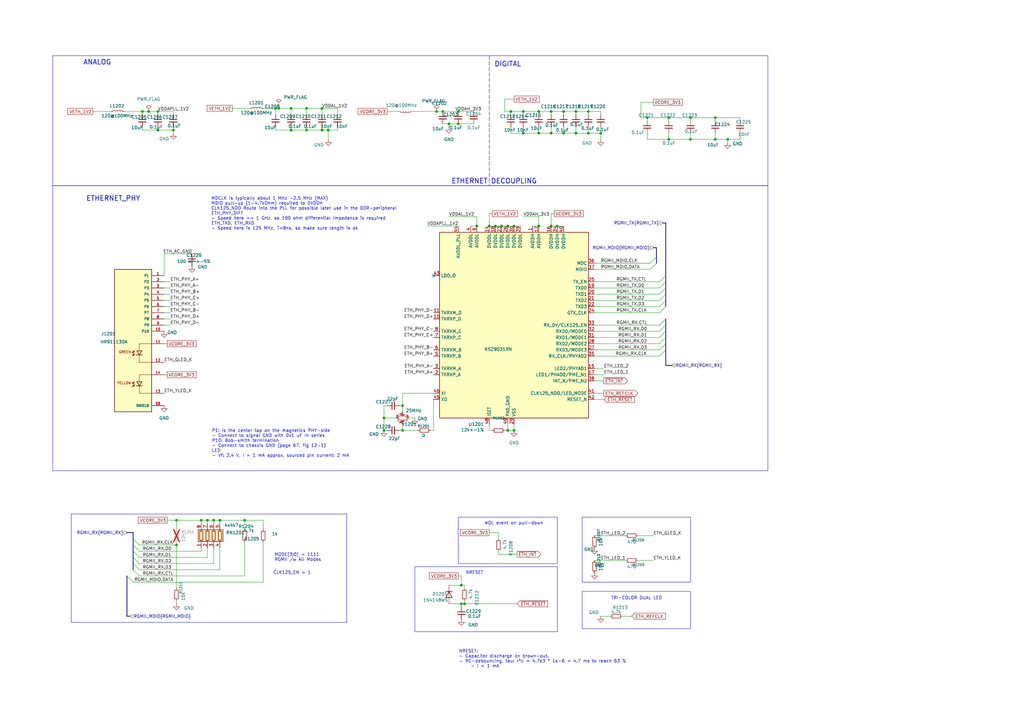
<source format=kicad_sch>
(kicad_sch (version 20250114) (generator "eeschema") (generator_version "9.0")
  (paper "A3")
  (rectangle (start 238.76 242.57) (end 283.21 257.81))
  (rectangle (start 21.59 22.86) (end 314.96 76.2))
  (rectangle (start 21.59 76.2) (end 314.96 193.04))
  (rectangle (start 238.76 212.09) (end 283.21 238.76))
  (rectangle (start 29.21 210.82) (end 142.24 255.27))
  (rectangle (start 187.96 212.09) (end 228.6 231.14))
  (rectangle (start 170.18 232.41) (end 228.6 259.08))
  (text "ETHERNET DECOUPLING" (at 202.692 74.422 0) (effects (font (size 2 2) (thickness 0.254) (bold yes))))
  (text "NRESET: \n- Capacitor discharge on brown-out.\n- RC-debouncing, tau: r*c = 4.7e3 * 1e-6 = 4.7 ms to reach 63 %\n	- I < 1 mA" (at 188.214 274.066 0) (effects (font (size 1.27 1.27)) (justify left bottom)))
  (text "CLK125_EN = 1" (at 112.014 235.712 0) (effects (font (size 1.27 1.27)) (justify left bottom)))
  (text "MDCLK is typically about 1 MHz -2.5 MHz (MAX)\nMDIO pull-up (1-4.7kOhm) required to DVDDH\nCLK125_NDO Route into the PLL for possible later use in the DDR-peripheral\nETH_PHY_DIFF\n- Speed here == 1 GHz, so 100 ohm differential impedance is required\nETH_TXD, ETH_RXD\n- Speed here is 125 MHz, T=8ns, so make sure length is ok" (at 86.614 87.63 0) (effects (font (size 1.27 1.27)) (justify left)))
  (text "TRI-COLOR DUAL LED" (at 271.526 246.126 0) (effects (font (size 1.27 1.27)) (justify right bottom)))
  (text "MODE[3:0] = 1111\nRGMII /w All Modes" (at 112.522 230.378 0) (effects (font (size 1.27 1.27)) (justify left bottom)))
  (text "NRESET" (at 191.008 235.712 0) (effects (font (size 1.27 1.27)) (justify left bottom)))
  (text "P1: is the center tap on the magnetics PHY-side\n- Connect to signal GND with 0x1 uF in series\nP10: Bob-smith termination\n- Connect to chassis GND (page 67, fig 12-1)\nLED\n- Vf: 2.4 V, I = 1 mA approx, sourced pin current: 2 mA" (at 86.868 181.864 0) (effects (font (size 1.27 1.27)) (justify left)))
  (text "ETHERNET_PHY" (at 46.482 81.534 0) (effects (font (size 2 2) (thickness 0.254) (bold yes))))
  (text "WOL event on pull-down" (at 198.628 215.392 0) (effects (font (size 1.27 1.27)) (justify left bottom)))
  (text "DIGITAL" (at 208.28 26.416 0) (effects (font (size 2 2) (thickness 0.254) (bold yes))))
  (text "ANALOG" (at 39.878 25.654 0) (effects (font (size 2 2) (thickness 0.254) (bold yes))))
  (junction (at 274.32 57.15))
  (junction (at 241.3 45.72))
  (junction (at 132.08 53.34))
  (junction (at 231.14 54.61))
  (junction (at 208.28 92.71))
  (junction (at 189.23 240.03))
  (junction (at 82.55 213.36))
  (junction (at 208.28 176.53))
  (junction (at 236.22 45.72))
  (junction (at 179.07 45.72))
  (junction (at 184.15 50.8))
  (junction (at 72.39 223.52))
  (junction (at 64.77 45.72))
  (junction (at 181.61 45.72))
  (junction (at 157.48 171.45))
  (junction (at 226.06 54.61))
  (junction (at 231.14 45.72))
  (junction (at 205.74 92.71))
  (junction (at 125.73 53.34))
  (junction (at 214.63 54.61))
  (junction (at 220.98 54.61))
  (junction (at 200.66 92.71))
  (junction (at 87.63 213.36))
  (junction (at 241.3 54.61))
  (junction (at 195.58 92.71))
  (junction (at 265.43 48.26))
  (junction (at 293.37 48.26))
  (junction (at 113.03 44.45))
  (junction (at 246.38 54.61))
  (junction (at 210.82 92.71))
  (junction (at 298.45 57.15))
  (junction (at 220.98 45.72))
  (junction (at 187.96 45.72))
  (junction (at 71.12 53.34))
  (junction (at 293.37 57.15))
  (junction (at 72.39 213.36))
  (junction (at 228.6 92.71))
  (junction (at 125.73 44.45))
  (junction (at 85.09 213.36))
  (junction (at 283.21 48.26))
  (junction (at 220.98 92.71))
  (junction (at 165.1 176.53))
  (junction (at 119.38 53.34))
  (junction (at 187.96 50.8))
  (junction (at 274.32 48.26))
  (junction (at 226.06 45.72))
  (junction (at 226.06 92.71))
  (junction (at 203.2 92.71))
  (junction (at 100.33 213.36))
  (junction (at 134.62 53.34))
  (junction (at 157.48 176.53))
  (junction (at 90.17 213.36))
  (junction (at 189.23 247.65))
  (junction (at 210.82 176.53))
  (junction (at 165.1 166.37))
  (junction (at 64.77 53.34))
  (junction (at 236.22 54.61))
  (junction (at 283.21 57.15))
  (junction (at 60.96 45.72))
  (junction (at 58.42 45.72))
  (junction (at 214.63 45.72))
  (junction (at 119.38 44.45))
  (junction (at 132.08 44.45))
  (junction (at 209.55 45.72))
  (junction (at 190.5 247.65))
  (junction (at 114.3 44.45))
  (no_connect (at 177.8 113.03))
  (bus_entry (at 54.61 233.68) (size 2.54 2.54))
  (bus_entry (at 269.24 105.41) (size -2.54 2.54))
  (bus_entry (at 54.61 226.06) (size 2.54 2.54))
  (bus_entry (at 273.05 123.19) (size -2.54 2.54))
  (bus_entry (at 273.05 140.97) (size -2.54 2.54))
  (bus_entry (at 273.05 143.51) (size -2.54 2.54))
  (bus_entry (at 273.05 113.03) (size -2.54 2.54))
  (bus_entry (at 52.07 236.22) (size 2.54 2.54))
  (bus_entry (at 273.05 138.43) (size -2.54 2.54))
  (bus_entry (at 273.05 130.81) (size -2.54 2.54))
  (bus_entry (at 54.61 231.14) (size 2.54 2.54))
  (bus_entry (at 273.05 133.35) (size -2.54 2.54))
  (bus_entry (at 273.05 135.89) (size -2.54 2.54))
  (bus_entry (at 269.24 107.95) (size -2.54 2.54))
  (bus_entry (at 273.05 118.11) (size -2.54 2.54))
  (bus_entry (at 54.61 220.98) (size 2.54 2.54))
  (bus_entry (at 54.61 223.52) (size 2.54 2.54))
  (bus_entry (at 273.05 120.65) (size -2.54 2.54))
  (bus_entry (at 273.05 115.57) (size -2.54 2.54))
  (bus_entry (at 54.61 228.6) (size 2.54 2.54))
  (bus_entry (at 273.05 125.73) (size -2.54 2.54))
  (wire (pts (xy 125.73 53.34) (xy 119.38 53.34)))
  (wire (pts (xy 71.12 45.72) (xy 71.12 46.99)))
  (bus (pts (xy 269.24 105.41) (xy 269.24 107.95)))
  (wire (pts (xy 87.63 213.36) (xy 87.63 214.63)))
  (wire (pts (xy 132.08 44.45) (xy 132.08 46.99)))
  (wire (pts (xy 187.96 236.22) (xy 189.23 236.22)))
  (wire (pts (xy 243.84 128.27) (xy 270.51 128.27)))
  (wire (pts (xy 125.73 46.99) (xy 125.73 44.45)))
  (wire (pts (xy 208.28 92.71) (xy 205.74 92.71)))
  (wire (pts (xy 113.03 44.45) (xy 114.3 44.45)))
  (bus (pts (xy 273.05 113.03) (xy 273.05 115.57)))
  (wire (pts (xy 114.3 44.45) (xy 119.38 44.45)))
  (wire (pts (xy 165.1 173.99) (xy 165.1 176.53)))
  (wire (pts (xy 157.48 171.45) (xy 162.56 171.45)))
  (bus (pts (xy 52.07 218.44) (xy 54.61 218.44)))
  (wire (pts (xy 265.43 48.26) (xy 274.32 48.26)))
  (wire (pts (xy 226.06 45.72) (xy 231.14 45.72)))
  (wire (pts (xy 283.21 48.26) (xy 293.37 48.26)))
  (wire (pts (xy 241.3 54.61) (xy 241.3 52.07)))
  (wire (pts (xy 64.77 53.34) (xy 71.12 53.34)))
  (wire (pts (xy 231.14 45.72) (xy 236.22 45.72)))
  (wire (pts (xy 187.96 45.72) (xy 194.31 45.72)))
  (wire (pts (xy 107.95 217.17) (xy 107.95 213.36)))
  (wire (pts (xy 57.15 226.06) (xy 82.55 226.06)))
  (wire (pts (xy 220.98 88.9) (xy 220.98 92.71)))
  (wire (pts (xy 210.82 92.71) (xy 208.28 92.71)))
  (wire (pts (xy 85.09 213.36) (xy 85.09 214.63)))
  (wire (pts (xy 181.61 50.8) (xy 184.15 50.8)))
  (wire (pts (xy 231.14 54.61) (xy 231.14 52.07)))
  (wire (pts (xy 158.75 45.72) (xy 163.83 45.72)))
  (wire (pts (xy 243.84 146.05) (xy 270.51 146.05)))
  (wire (pts (xy 200.66 173.99) (xy 200.66 176.53)))
  (wire (pts (xy 125.73 44.45) (xy 132.08 44.45)))
  (wire (pts (xy 67.31 140.97) (xy 68.58 140.97)))
  (wire (pts (xy 265.43 57.15) (xy 265.43 54.61)))
  (wire (pts (xy 82.55 213.36) (xy 85.09 213.36)))
  (wire (pts (xy 274.32 57.15) (xy 265.43 57.15)))
  (wire (pts (xy 132.08 53.34) (xy 134.62 53.34)))
  (bus (pts (xy 54.61 231.14) (xy 54.61 233.68)))
  (wire (pts (xy 207.01 45.72) (xy 209.55 45.72)))
  (wire (pts (xy 214.63 45.72) (xy 209.55 45.72)))
  (wire (pts (xy 57.15 233.68) (xy 90.17 233.68)))
  (wire (pts (xy 243.84 133.35) (xy 270.51 133.35)))
  (wire (pts (xy 207.01 176.53) (xy 208.28 176.53)))
  (wire (pts (xy 226.06 54.61) (xy 226.06 52.07)))
  (wire (pts (xy 250.19 252.73) (xy 246.38 252.73)))
  (wire (pts (xy 274.32 57.15) (xy 274.32 54.61)))
  (wire (pts (xy 274.32 48.26) (xy 283.21 48.26)))
  (wire (pts (xy 125.73 53.34) (xy 132.08 53.34)))
  (wire (pts (xy 189.23 247.65) (xy 190.5 247.65)))
  (wire (pts (xy 220.98 45.72) (xy 220.98 46.99)))
  (wire (pts (xy 236.22 45.72) (xy 241.3 45.72)))
  (wire (pts (xy 220.98 45.72) (xy 226.06 45.72)))
  (wire (pts (xy 67.31 104.14) (xy 78.74 104.14)))
  (wire (pts (xy 243.84 138.43) (xy 270.51 138.43)))
  (wire (pts (xy 228.6 92.71) (xy 231.14 92.71)))
  (wire (pts (xy 132.08 44.45) (xy 138.43 44.45)))
  (wire (pts (xy 58.42 53.34) (xy 64.77 53.34)))
  (wire (pts (xy 45.72 45.72) (xy 38.1 45.72)))
  (wire (pts (xy 228.6 92.71) (xy 226.06 92.71)))
  (wire (pts (xy 72.39 247.65) (xy 72.39 246.38)))
  (wire (pts (xy 293.37 48.26) (xy 303.53 48.26)))
  (wire (pts (xy 207.01 40.64) (xy 210.82 40.64)))
  (wire (pts (xy 184.15 50.8) (xy 187.96 50.8)))
  (wire (pts (xy 72.39 213.36) (xy 82.55 213.36)))
  (wire (pts (xy 283.21 57.15) (xy 283.21 54.61)))
  (wire (pts (xy 107.95 222.25) (xy 107.95 238.76)))
  (wire (pts (xy 209.55 54.61) (xy 209.55 52.07)))
  (bus (pts (xy 273.05 140.97) (xy 273.05 138.43)))
  (wire (pts (xy 58.42 46.99) (xy 58.42 45.72)))
  (wire (pts (xy 274.32 48.26) (xy 274.32 49.53)))
  (wire (pts (xy 69.85 128.27) (xy 67.31 128.27)))
  (wire (pts (xy 246.38 45.72) (xy 246.38 46.99)))
  (wire (pts (xy 67.31 113.03) (xy 67.31 104.14)))
  (wire (pts (xy 241.3 45.72) (xy 241.3 46.99)))
  (wire (pts (xy 212.09 227.33) (xy 204.47 227.33)))
  (wire (pts (xy 298.45 57.15) (xy 293.37 57.15)))
  (wire (pts (xy 71.12 52.07) (xy 71.12 53.34)))
  (wire (pts (xy 177.8 176.53) (xy 176.53 176.53)))
  (bus (pts (xy 273.05 133.35) (xy 273.05 130.81)))
  (wire (pts (xy 303.53 48.26) (xy 303.53 49.53)))
  (wire (pts (xy 85.09 213.36) (xy 87.63 213.36)))
  (wire (pts (xy 119.38 44.45) (xy 125.73 44.45)))
  (wire (pts (xy 100.33 213.36) (xy 100.33 217.17)))
  (wire (pts (xy 90.17 213.36) (xy 100.33 213.36)))
  (wire (pts (xy 134.62 53.34) (xy 138.43 53.34)))
  (wire (pts (xy 175.26 92.71) (xy 187.96 92.71)))
  (wire (pts (xy 67.31 153.67) (xy 68.58 153.67)))
  (wire (pts (xy 220.98 54.61) (xy 226.06 54.61)))
  (wire (pts (xy 100.33 213.36) (xy 107.95 213.36)))
  (wire (pts (xy 57.15 236.22) (xy 100.33 236.22)))
  (wire (pts (xy 168.91 45.72) (xy 179.07 45.72)))
  (wire (pts (xy 71.12 54.61) (xy 71.12 53.34)))
  (bus (pts (xy 273.05 123.19) (xy 273.05 125.73)))
  (wire (pts (xy 90.17 213.36) (xy 90.17 214.63)))
  (wire (pts (xy 208.28 173.99) (xy 208.28 176.53)))
  (wire (pts (xy 262.89 48.26) (xy 265.43 48.26)))
  (wire (pts (xy 190.5 240.03) (xy 189.23 240.03)))
  (wire (pts (xy 261.62 219.71) (xy 267.97 219.71)))
  (wire (pts (xy 243.84 229.87) (xy 256.54 229.87)))
  (wire (pts (xy 187.96 50.8) (xy 194.31 50.8)))
  (bus (pts (xy 273.05 118.11) (xy 273.05 120.65)))
  (wire (pts (xy 184.15 88.9) (xy 195.58 88.9)))
  (wire (pts (xy 60.96 45.72) (xy 64.77 45.72)))
  (wire (pts (xy 57.15 228.6) (xy 85.09 228.6)))
  (wire (pts (xy 243.84 219.71) (xy 256.54 219.71)))
  (bus (pts (xy 273.05 138.43) (xy 273.05 135.89)))
  (wire (pts (xy 189.23 247.65) (xy 189.23 248.92)))
  (wire (pts (xy 236.22 45.72) (xy 236.22 46.99)))
  (wire (pts (xy 246.38 57.15) (xy 246.38 54.61)))
  (wire (pts (xy 69.85 120.65) (xy 67.31 120.65)))
  (wire (pts (xy 243.84 135.89) (xy 270.51 135.89)))
  (wire (pts (xy 243.84 107.95) (xy 266.7 107.95)))
  (wire (pts (xy 293.37 57.15) (xy 293.37 54.61)))
  (wire (pts (xy 64.77 46.99) (xy 64.77 45.72)))
  (wire (pts (xy 165.1 166.37) (xy 165.1 161.29)))
  (bus (pts (xy 54.61 223.52) (xy 54.61 226.06)))
  (wire (pts (xy 207.01 40.64) (xy 207.01 45.72)))
  (wire (pts (xy 177.8 163.83) (xy 177.8 176.53)))
  (wire (pts (xy 69.85 130.81) (xy 67.31 130.81)))
  (wire (pts (xy 231.14 45.72) (xy 231.14 46.99)))
  (wire (pts (xy 90.17 224.79) (xy 90.17 233.68)))
  (wire (pts (xy 200.66 176.53) (xy 201.93 176.53)))
  (bus (pts (xy 273.05 135.89) (xy 273.05 133.35)))
  (wire (pts (xy 241.3 45.72) (xy 246.38 45.72)))
  (wire (pts (xy 214.63 88.9) (xy 220.98 88.9)))
  (wire (pts (xy 82.55 226.06) (xy 82.55 224.79)))
  (bus (pts (xy 52.07 252.73) (xy 52.07 236.22)))
  (wire (pts (xy 267.97 41.91) (xy 262.89 41.91)))
  (wire (pts (xy 226.06 87.63) (xy 226.06 92.71)))
  (wire (pts (xy 226.06 87.63) (xy 227.33 87.63)))
  (wire (pts (xy 214.63 54.61) (xy 214.63 52.07)))
  (wire (pts (xy 243.84 153.67) (xy 247.65 153.67)))
  (wire (pts (xy 195.58 88.9) (xy 195.58 92.71)))
  (wire (pts (xy 274.32 57.15) (xy 283.21 57.15)))
  (wire (pts (xy 246.38 54.61) (xy 246.38 52.07)))
  (wire (pts (xy 303.53 57.15) (xy 303.53 54.61)))
  (wire (pts (xy 72.39 223.52) (xy 72.39 241.3)))
  (wire (pts (xy 261.62 229.87) (xy 267.97 229.87)))
  (wire (pts (xy 200.66 87.63) (xy 200.66 92.71)))
  (wire (pts (xy 243.84 125.73) (xy 270.51 125.73)))
  (wire (pts (xy 236.22 54.61) (xy 236.22 52.07)))
  (wire (pts (xy 243.84 118.11) (xy 270.51 118.11)))
  (wire (pts (xy 201.93 87.63) (xy 200.66 87.63)))
  (wire (pts (xy 57.15 231.14) (xy 87.63 231.14)))
  (wire (pts (xy 214.63 54.61) (xy 220.98 54.61)))
  (wire (pts (xy 195.58 92.71) (xy 193.04 92.71)))
  (wire (pts (xy 262.89 41.91) (xy 262.89 48.26)))
  (wire (pts (xy 190.5 246.38) (xy 190.5 247.65)))
  (wire (pts (xy 214.63 45.72) (xy 214.63 46.99)))
  (wire (pts (xy 220.98 54.61) (xy 220.98 52.07)))
  (wire (pts (xy 125.73 53.34) (xy 125.73 52.07)))
  (bus (pts (xy 273.05 143.51) (xy 273.05 140.97)))
  (wire (pts (xy 243.84 110.49) (xy 266.7 110.49)))
  (bus (pts (xy 267.97 101.6) (xy 269.24 101.6)))
  (wire (pts (xy 220.98 45.72) (xy 214.63 45.72)))
  (wire (pts (xy 231.14 54.61) (xy 236.22 54.61)))
  (bus (pts (xy 273.05 149.86) (xy 273.05 143.51)))
  (wire (pts (xy 205.74 92.71) (xy 203.2 92.71)))
  (wire (pts (xy 190.5 240.03) (xy 190.5 241.3)))
  (wire (pts (xy 213.36 92.71) (xy 210.82 92.71)))
  (wire (pts (xy 298.45 58.42) (xy 298.45 57.15)))
  (wire (pts (xy 181.61 45.72) (xy 187.96 45.72)))
  (wire (pts (xy 90.17 213.36) (xy 87.63 213.36)))
  (wire (pts (xy 102.87 44.45) (xy 95.25 44.45)))
  (wire (pts (xy 64.77 45.72) (xy 71.12 45.72)))
  (wire (pts (xy 114.3 43.18) (xy 114.3 44.45)))
  (wire (pts (xy 134.62 53.34) (xy 134.62 57.15)))
  (wire (pts (xy 303.53 57.15) (xy 298.45 57.15)))
  (wire (pts (xy 50.8 45.72) (xy 58.42 45.72)))
  (wire (pts (xy 236.22 54.61) (xy 241.3 54.61)))
  (wire (pts (xy 243.84 161.29) (xy 247.65 161.29)))
  (wire (pts (xy 72.39 222.25) (xy 72.39 223.52)))
  (wire (pts (xy 100.33 236.22) (xy 100.33 222.25)))
  (bus (pts (xy 54.61 228.6) (xy 54.61 231.14)))
  (wire (pts (xy 69.85 125.73) (xy 67.31 125.73)))
  (wire (pts (xy 283.21 57.15) (xy 293.37 57.15)))
  (wire (pts (xy 68.58 213.36) (xy 72.39 213.36)))
  (wire (pts (xy 210.82 173.99) (xy 210.82 176.53)))
  (wire (pts (xy 85.09 228.6) (xy 85.09 224.79)))
  (wire (pts (xy 165.1 176.53) (xy 171.45 176.53)))
  (wire (pts (xy 69.85 123.19) (xy 67.31 123.19)))
  (wire (pts (xy 58.42 45.72) (xy 60.96 45.72)))
  (wire (pts (xy 87.63 231.14) (xy 87.63 224.79)))
  (wire (pts (xy 184.15 240.03) (xy 189.23 240.03)))
  (bus (pts (xy 273.05 115.57) (xy 273.05 118.11)))
  (wire (pts (xy 243.84 120.65) (xy 270.51 120.65)))
  (wire (pts (xy 58.42 52.07) (xy 58.42 53.34)))
  (bus (pts (xy 54.61 226.06) (xy 54.61 228.6)))
  (wire (pts (xy 69.85 133.35) (xy 67.31 133.35)))
  (wire (pts (xy 113.03 46.99) (xy 113.03 44.45)))
  (bus (pts (xy 54.61 220.98) (xy 54.61 223.52)))
  (wire (pts (xy 220.98 92.71) (xy 218.44 92.71)))
  (bus (pts (xy 275.59 149.86) (xy 273.05 149.86)))
  (wire (pts (xy 119.38 53.34) (xy 119.38 52.07)))
  (wire (pts (xy 243.84 163.83) (xy 247.65 163.83)))
  (wire (pts (xy 241.3 54.61) (xy 246.38 54.61)))
  (polyline (pts (xy 200.66 22.86) (xy 200.66 76.2)) (stroke (width 0) (type dash)))
  (wire (pts (xy 243.84 151.13) (xy 247.65 151.13)))
  (wire (pts (xy 57.15 223.52) (xy 72.39 223.52)))
  (wire (pts (xy 184.15 52.07) (xy 184.15 50.8)))
  (wire (pts (xy 243.84 115.57) (xy 270.51 115.57)))
  (wire (pts (xy 184.15 247.65) (xy 189.23 247.65)))
  (wire (pts (xy 226.06 54.61) (xy 231.14 54.61)))
  (wire (pts (xy 293.37 48.26) (xy 293.37 49.53)))
  (wire (pts (xy 243.84 143.51) (xy 270.51 143.51)))
  (wire (pts (xy 138.43 44.45) (xy 138.43 46.99)))
  (wire (pts (xy 243.84 123.19) (xy 270.51 123.19)))
  (wire (pts (xy 113.03 53.34) (xy 113.03 52.07)))
  (wire (pts (xy 157.48 171.45) (xy 157.48 176.53)))
  (wire (pts (xy 165.1 161.29) (xy 177.8 161.29)))
  (wire (pts (xy 208.28 176.53) (xy 210.82 176.53)))
  (wire (pts (xy 226.06 45.72) (xy 226.06 46.99)))
  (bus (pts (xy 54.61 218.44) (xy 54.61 220.98)))
  (wire (pts (xy 113.03 53.34) (xy 119.38 53.34)))
  (wire (pts (xy 157.48 176.53) (xy 158.75 176.53)))
  (wire (pts (xy 203.2 92.71) (xy 200.66 92.71)))
  (wire (pts (xy 204.47 227.33) (xy 204.47 226.06)))
  (wire (pts (xy 204.47 218.44) (xy 204.47 220.98)))
  (wire (pts (xy 200.66 218.44) (xy 204.47 218.44)))
  (wire (pts (xy 189.23 236.22) (xy 189.23 240.03)))
  (wire (pts (xy 209.55 45.72) (xy 209.55 46.99)))
  (wire (pts (xy 167.64 171.45) (xy 170.18 171.45)))
  (wire (pts (xy 54.61 238.76) (xy 107.95 238.76)))
  (wire (pts (xy 157.48 166.37) (xy 158.75 166.37)))
  (wire (pts (xy 132.08 52.07) (xy 132.08 53.34)))
  (wire (pts (xy 163.83 176.53) (xy 165.1 176.53)))
  (wire (pts (xy 283.21 48.26) (xy 283.21 49.53)))
  (wire (pts (xy 190.5 247.65) (xy 212.09 247.65)))
  (wire (pts (xy 243.84 156.21) (xy 247.65 156.21)))
  (wire (pts (xy 259.08 252.73) (xy 255.27 252.73)))
  (wire (pts (xy 163.83 166.37) (xy 165.1 166.37)))
  (wire (pts (xy 67.31 115.57) (xy 69.85 115.57)))
  (bus (pts (xy 273.05 120.65) (xy 273.05 123.19)))
  (wire (pts (xy 72.39 213.36) (xy 72.39 217.17)))
  (wire (pts (xy 179.07 45.72) (xy 181.61 45.72)))
  (wire (pts (xy 243.84 140.97) (xy 270.51 140.97)))
  (wire (pts (xy 119.38 46.99) (xy 119.38 44.45)))
  (bus (pts (xy 271.78 91.44) (xy 273.05 91.44)))
  (bus (pts (xy 269.24 101.6) (xy 269.24 105.41)))
  (bus (pts (xy 273.05 91.44) (xy 273.05 113.03)))
  (wire (pts (xy 64.77 52.07) (xy 64.77 53.34)))
  (wire (pts (xy 165.1 166.37) (xy 165.1 168.91)))
  (wire (pts (xy 265.43 48.26) (xy 265.43 49.53)))
  (wire (pts (xy 67.31 118.11) (xy 69.85 118.11)))
  (wire (pts (xy 209.55 54.61) (xy 214.63 54.61)))
  (wire (pts (xy 157.48 166.37) (xy 157.48 171.45)))
  (wire (pts (xy 138.43 52.07) (xy 138.43 53.34)))
  (bus (pts (xy 53.34 252.73) (xy 52.07 252.73)))
  (wire (pts (xy 107.95 44.45) (xy 113.03 44.45)))
  (wire (pts (xy 82.55 213.36) (xy 82.55 214.63)))
  (label "ETH_AC_GND" (at 78.74 104.14 180))
  (label "VDDAL_1V2" (at 184.15 88.9 0))
  (label "ETH_LED_2" (at 246.38 219.71 0))
  (label "ETH_LED_2" (at 247.65 151.13 0))
  (label "RGMII_RX.D3" (at 265.43 143.51 180))
  (label "RGMII_MDIO.DATA" (at 71.12 238.76 180))
  (label "RGMII_RX.D2" (at 265.43 140.97 180))
  (label "ETH_LED_1" (at 247.65 153.67 0))
  (label "ETH_YLED_K" (at 267.97 229.87 0))
  (label "RGMII_TX.D3" (at 252.73 125.73 0))
  (label "ETH_PHY_A+" (at 177.8 153.67 180))
  (label "ETH_PHY_C-" (at 177.8 135.89 180))
  (label "ETH_PHY_A-" (at 69.85 118.11 0))
  (label "ETH_PHY_A-" (at 177.8 151.13 180))
  (label "ETH_GLED_K" (at 67.31 148.59 0))
  (label "RGMII_TX.CLK" (at 252.73 128.27 0))
  (label "VDDAH_3V3" (at 186.69 45.72 0))
  (label "RGMII_TX.D0" (at 252.73 118.11 0))
  (label "RGMII_RX.D0" (at 58.42 226.06 0))
  (label "ETH_PHY_C+" (at 177.8 138.43 180))
  (label "RGMII_RX.CTL" (at 58.42 236.22 0))
  (label "ETH_PHY_C+" (at 69.85 123.19 0))
  (label "RGMII_RX.D2" (at 58.42 231.14 0))
  (label "RGMII_RX.CLK" (at 265.43 146.05 180))
  (label "ETH_PHY_B-" (at 69.85 128.27 0))
  (label "ETH_PHY_B-" (at 177.8 143.51 180))
  (label "VDDAH_3V3" (at 214.63 88.9 0))
  (label "RGMII_MDIO.DATA" (at 246.38 110.49 0))
  (label "ETH_PHY_D-" (at 177.8 128.27 180))
  (label "ETH_GLED_K" (at 267.97 219.71 0))
  (label "RGMII_TX.D2" (at 252.73 123.19 0))
  (label "ETH_PHY_B+" (at 69.85 120.65 0))
  (label "RGMII_TX.CTL" (at 252.73 115.57 0))
  (label "ETH_LED_1" (at 246.38 229.87 0))
  (label "RGMII_RX.D1" (at 265.43 138.43 180))
  (label "ETH_PHY_D+" (at 177.8 130.81 180))
  (label "ETH_YLED_K" (at 67.31 161.29 0))
  (label "RGMII_RX.D3" (at 58.42 233.68 0))
  (label "RGMII_RX.D0" (at 265.43 135.89 180))
  (label "RGMII_MDIO.CLK" (at 246.38 107.95 0))
  (label "VDDAPLL_1V2" (at 64.77 45.72 0))
  (label "RGMII_RX.CLK" (at 71.12 223.52 180))
  (label "ETH_PHY_D-" (at 69.85 133.35 0))
  (label "ETH_PHY_A+" (at 69.85 115.57 0))
  (label "ETH_PHY_D+" (at 69.85 130.81 0))
  (label "RGMII_RX.D1" (at 58.42 228.6 0))
  (label "ETH_PHY_C-" (at 69.85 125.73 0))
  (label "VDDAL_1V2" (at 132.08 44.45 0))
  (label "RGMII_RX.CTL" (at 252.73 133.35 0))
  (label "ETH_PHY_B+" (at 177.8 146.05 180))
  (label "RGMII_TX.D1" (at 252.73 120.65 0))
  (label "VDDAPLL_1V2" (at 175.26 92.71 0))
  (global_label "ETH_REFCLK" (shape input) (at 259.08 252.73 0) (property "Intersheetrefs" "${INTERSHEET_REFS}" (effects (hide yes))))
  (global_label "VETH_1V2" (shape passive) (at 38.1 45.72 180) (property "Intersheetrefs" "${INTERSHEET_REFS}" (effects (hide yes))))
  (global_label "VCORE_3V3" (shape passive) (at 68.58 213.36 180) (property "Intersheetrefs" "${INTERSHEET_REFS}" (effects (hide yes))))
  (global_label "VCORE_3V3" (shape passive) (at 267.97 41.91 0) (property "Intersheetrefs" "${INTERSHEET_REFS}" (effects (hide yes))))
  (global_label "~{ETH_INT}" (shape output) (at 247.65 156.21 0) (property "Intersheetrefs" "${INTERSHEET_REFS}" (effects (hide yes))))
  (global_label "VCORE_3V3" (shape passive) (at 187.96 236.22 180) (property "Intersheetrefs" "${INTERSHEET_REFS}" (effects (hide yes))))
  (global_label "VCORE_3V3" (shape passive) (at 68.58 153.67 0) (property "Intersheetrefs" "${INTERSHEET_REFS}" (effects (hide yes))))
  (global_label "VCORE_3V3" (shape passive) (at 68.58 140.97 0) (property "Intersheetrefs" "${INTERSHEET_REFS}" (effects (hide yes))))
  (global_label "ETH_REFCLK" (shape output) (at 247.65 161.29 0) (property "Intersheetrefs" "${INTERSHEET_REFS}" (effects (hide yes))))
  (global_label "~{ETH_RESET}" (shape input) (at 247.65 163.83 0) (property "Intersheetrefs" "${INTERSHEET_REFS}" (effects (hide yes))))
  (global_label "~{ETH_INT}" (shape output) (at 212.09 227.33 0) (property "Intersheetrefs" "${INTERSHEET_REFS}" (effects (hide yes))))
  (global_label "VCORE_3V3" (shape passive) (at 227.33 87.63 0) (property "Intersheetrefs" "${INTERSHEET_REFS}" (effects (hide yes))))
  (global_label "VETH_1V2" (shape passive) (at 201.93 87.63 0) (property "Intersheetrefs" "${INTERSHEET_REFS}" (effects (hide yes))))
  (global_label "VETH_1V2" (shape passive) (at 210.82 40.64 0) (property "Intersheetrefs" "${INTERSHEET_REFS}" (effects (hide yes))))
  (global_label "VCORE_3V3" (shape passive) (at 158.75 45.72 180) (property "Intersheetrefs" "${INTERSHEET_REFS}" (effects (hide yes))))
  (global_label "VETH_1V2" (shape passive) (at 95.25 44.45 180) (property "Intersheetrefs" "${INTERSHEET_REFS}" (effects (hide yes))))
  (global_label "VCORE_3V3" (shape passive) (at 200.66 218.44 180) (property "Intersheetrefs" "${INTERSHEET_REFS}" (effects (hide yes))))
  (global_label "~{ETH_RESET}" (shape input) (at 212.09 247.65 0) (property "Intersheetrefs" "${INTERSHEET_REFS}" (effects (hide yes))))
  (hierarchical_label "RGMII_RX{RGMII_RX}" (shape input) (at 52.07 218.44 180))
  (hierarchical_label "RGMII_RX{RGMII_RX}" (shape input) (at 275.59 149.86 0))
  (hierarchical_label "RGMII_MDIO{RGMII_MDIO}" (shape input) (at 267.97 101.6 180))
  (hierarchical_label "RGMII_MDIO{RGMII_MDIO}" (shape input) (at 53.34 252.73 0))
  (hierarchical_label "RGMII_TX{RGMII_TX}" (shape input) (at 271.78 91.44 180))
  (symbol (lib_id "Device:R_Small") (at 173.99 176.53 90) (unit 1)
    (property "Reference" "R1201" (at 173.736 174.752 90) (effects (font (size 1.016 1.016))))
    (property "Value" "0" (at 173.736 178.562 90))
    (property "Footprint" "Resistor_SMD:R_0402_1005Metric_Pad0.72x0.64mm_HandSolder" (effects (hide yes)))
    (property "Description" "Resistor, small symbol" (effects (hide yes)))
    (property "LPN" "C17168" (effects (hide yes)))
    (property "MPN" "0402WGF0000TCE" (effects (hide yes)))
  )
  (symbol (lib_id "power:PWR_FLAG") (at 179.07 45.72 0) (unit 1)
    (property "Reference" "#FLG01203" (effects (hide yes)))
    (property "Value" "PWR_FLAG" (at 177.8 41.402 0))
    (property "Description" "Special symbol for telling ERC where power comes from" (effects (hide yes)))
  )
  (symbol (lib_id "Device:R_Small") (at 204.47 223.52 180) (unit 1)
    (property "Reference" "R1208" (at 209.55 221.742 90) (effects (justify left)))
    (property "Value" "4.7k" (at 207.01 223.266 90))
    (property "Footprint" "Resistor_SMD:R_0402_1005Metric" (effects (hide yes)))
    (property "Description" "Resistor, small symbol" (effects (hide yes)))
    (property "LPN" "C25900" (effects (hide yes)))
    (property "MPN" "0402WGF4701TCE" (effects (hide yes)))
  )
  (symbol (lib_id "Device:L_Small") (at 48.26 45.72 270) (mirror x) (unit 1)
    (property "Reference" "L1202" (at 48.006 43.434 90))
    (property "Value" "120@100MHz" (at 48.006 47.498 90))
    (property "Footprint" "Inductor_SMD:L_0603_1608Metric" (effects (hide yes)))
    (property "Datasheet" "https://jlcpcb.com/api/file/downloadByFileSystemAccessId/8588898925176217600" (effects (hide yes)))
    (property "Description" "25mOhm, 1-3A" (effects (hide yes)))
    (property "LPN" "C113030" (effects (hide yes)))
    (property "MPN" "BLM18SG121TN1D" (effects (hide yes)))
  )
  (symbol (lib_id "power:GND") (at 189.23 254 0) (unit 1)
    (property "Reference" "#PWR01216" (effects (hide yes)))
    (property "Value" "GND" (at 194.056 256.286 0))
    (property "Description" "Power symbol creates a global label with name \"GND\" , ground" (effects (hide yes)))
  )
  (symbol (lib_id "Device:C_Small") (at 231.14 49.53 0) (mirror y) (unit 1)
    (property "Reference" "C1217" (at 233.172 43.688 0) (effects (justify left)))
    (property "Value" "0.1uF" (at 233.426 53.34 0) (effects (justify left)))
    (property "Footprint" "Capacitor_SMD:C_0201_0603Metric" (effects (hide yes)))
    (property "Datasheet" "https://jlcpcb.com/api/file/downloadByFileSystemAccessId/8603345729432014848" (effects (hide yes)))
    (property "Description" "Unpolarized capacitor, small symbol" (effects (hide yes)))
    (property "LPN" "C22435929" (effects (hide yes)))
    (property "MPN" "CGA0201X7R104K160ET " (effects (hide yes)))
  )
  (symbol (lib_id "Device:R_Small") (at 72.39 243.84 0) (unit 1)
    (property "Reference" "R1211" (at 74.168 241.046 90) (effects (font (size 1.016 1.016))))
    (property "Value" "10k" (at 75.184 244.602 90))
    (property "Footprint" "Resistor_SMD:R_0603_1608Metric" (effects (hide yes)))
    (property "Datasheet" "https://jlcpcb.com/api/file/downloadByFileSystemAccessId/8579706265439817728" (effects (hide yes)))
    (property "Description" "Resistor, small symbol" (effects (hide yes)))
    (property "MPN" "0603WAF1002T5E" (effects (hide yes)))
    (property "LPN" "C25804" (effects (hide yes)))
  )
  (symbol (lib_id "Device:R_Small") (at 190.5 243.84 180) (unit 1)
    (property "Reference" "R1212" (at 195.58 242.062 90) (effects (justify left)))
    (property "Value" "4.7k" (at 193.04 243.586 90))
    (property "Footprint" "Resistor_SMD:R_0402_1005Metric" (effects (hide yes)))
    (property "Description" "Resistor, small symbol" (effects (hide yes)))
    (property "LPN" "C25900" (effects (hide yes)))
    (property "MPN" "0402WGF4701TCE" (effects (hide yes)))
  )
  (symbol (lib_id "power:GND") (at 246.38 57.15 0) (mirror y) (unit 1)
    (property "Reference" "#PWR01204" (effects (hide yes)))
    (property "Value" "GND" (at 240.792 58.674 0))
    (property "Description" "Power symbol creates a global label with name \"GND\" , ground" (effects (hide yes)))
  )
  (symbol (lib_id "Device:C_Small") (at 119.38 49.53 0) (mirror y) (unit 1)
    (property "Reference" "C1209" (at 121.158 47.752 0) (effects (justify left)))
    (property "Value" "0.1uF" (at 123.698 51.816 0) (effects (justify left)))
    (property "Footprint" "Capacitor_SMD:C_0201_0603Metric" (effects (hide yes)))
    (property "Datasheet" "https://jlcpcb.com/api/file/downloadByFileSystemAccessId/8603345729432014848" (effects (hide yes)))
    (property "Description" "Unpolarized capacitor, small symbol" (effects (hide yes)))
    (property "LPN" "C22435929" (effects (hide yes)))
    (property "MPN" "CGA0201X7R104K160ET " (effects (hide yes)))
  )
  (symbol (lib_id "power:PWR_FLAG") (at 60.96 45.72 0) (unit 1)
    (property "Reference" "#FLG01202" (effects (hide yes)))
    (property "Value" "PWR_FLAG" (at 60.96 40.64 0))
    (property "Description" "Special symbol for telling ERC where power comes from" (effects (hide yes)))
  )
  (symbol (lib_id "Device:C_Small") (at 283.21 52.07 0) (mirror y) (unit 1)
    (property "Reference" "C1223" (at 286.004 47.244 0) (effects (justify left)))
    (property "Value" "0.1uF" (at 286.258 53.848 0) (effects (justify left)))
    (property "Footprint" "Capacitor_SMD:C_0201_0603Metric" (effects (hide yes)))
    (property "Datasheet" "https://jlcpcb.com/api/file/downloadByFileSystemAccessId/8603345729432014848" (effects (hide yes)))
    (property "Description" "Unpolarized capacitor, small symbol" (effects (hide yes)))
    (property "LPN" "C22435929" (effects (hide yes)))
    (property "MPN" "CGA0201X7R104K160ET " (effects (hide yes)))
  )
  (symbol (lib_id "Diode:1N4148WS") (at 184.15 243.84 270) (unit 1)
    (property "Reference" "D1201" (at 177.292 243.586 90) (effects (justify left)))
    (property "Value" "1N4148WS" (at 173.482 246.126 90) (effects (justify left)))
    (property "Footprint" "Diode_SMD:D_SOD-323" (effects (hide yes)))
    (property "Datasheet" "https://www.vishay.com/docs/85751/1n4148ws.pdf" (effects (hide yes)))
    (property "Description" "75V 0.15A Fast switching Diode, SOD-323" (effects (hide yes)))
    (property "Sim.Pins" "1=K 2=A" (effects (hide yes)))
    (property "LPN" "C2128" (effects (hide yes)))
    (property "MPN" "1N4148WS" (effects (hide yes)))
  )
  (symbol (lib_id "Device:R_Small") (at 243.84 222.25 0) (unit 1)
    (property "Reference" "R1207" (at 245.618 219.456 90) (effects (font (size 1.016 1.016))))
    (property "Value" "10k" (at 246.38 222.25 90))
    (property "Footprint" "Resistor_SMD:R_0603_1608Metric" (effects (hide yes)))
    (property "Datasheet" "https://jlcpcb.com/api/file/downloadByFileSystemAccessId/8579706265439817728" (effects (hide yes)))
    (property "Description" "Resistor, small symbol" (effects (hide yes)))
    (property "MPN" "0603WAF1002T5E" (effects (hide yes)))
    (property "LPN" "C25804" (effects (hide yes)))
  )
  (symbol (lib_id "Device:C_Small") (at 125.73 49.53 0) (mirror y) (unit 1)
    (property "Reference" "C1210" (at 127.508 47.752 0) (effects (justify left)))
    (property "Value" "0.1uF" (at 130.048 51.816 0) (effects (justify left)))
    (property "Footprint" "Capacitor_SMD:C_0201_0603Metric" (effects (hide yes)))
    (property "Datasheet" "https://jlcpcb.com/api/file/downloadByFileSystemAccessId/8603345729432014848" (effects (hide yes)))
    (property "Description" "Unpolarized capacitor, small symbol" (effects (hide yes)))
    (property "LPN" "C22435929" (effects (hide yes)))
    (property "MPN" "CGA0201X7R104K160ET " (effects (hide yes)))
  )
  (symbol (lib_id "Device:R_Small") (at 72.39 219.71 0) (unit 1) (in_bom no) (dnp yes)
    (property "Reference" "R1203" (at 76.962 218.186 0) (effects (font (size 1.016 1.016))))
    (property "Value" "10k" (at 75.184 220.472 90))
    (property "Footprint" "Resistor_SMD:R_0603_1608Metric" (effects (hide yes)))
    (property "Datasheet" "https://jlcpcb.com/api/file/downloadByFileSystemAccessId/8579706265439817728" (effects (hide yes)))
    (property "Description" "Resistor, small symbol" (effects (hide yes)))
    (property "MPN" "0603WAF1002T5E" (effects (hide yes)))
    (property "LPN" "C25804" (effects (hide yes)))
  )
  (symbol (lib_id "power:GND") (at 67.31 135.89 0) (mirror y) (unit 1)
    (property "Reference" "#PWR01207" (effects (hide yes)))
    (property "Value" "GND" (at 70.612 136.398 0))
    (property "Description" "Power symbol creates a global label with name \"GND\" , ground" (effects (hide yes)))
  )
  (symbol (lib_id "Device:R_Pack04") (at 87.63 219.71 0) (unit 1)
    (property "Reference" "RN1201" (at 92.71 218.4399 0) (effects (justify left)))
    (property "Value" "4x4k7" (at 91.948 215.392 0) (effects (justify left)))
    (property "Footprint" "Resistor_SMD:R_Array_Convex_4x0603" (effects (hide yes)))
    (property "Datasheet" "https://jlcpcb.com/api/file/downloadByFileSystemAccessId/8579705779295092736" (effects (hide yes)))
    (property "Description" "4 resistor network, parallel topology" (effects (hide yes)))
    (property "LPN" "C1980" (effects (hide yes)))
    (property "MPN" "4D03WGJ0472T5E" (effects (hide yes)))
  )
  (symbol (lib_id "Device:R_Small") (at 243.84 232.41 0) (unit 1)
    (property "Reference" "R1210" (at 245.618 229.616 90) (effects (font (size 1.016 1.016))))
    (property "Value" "10k" (at 246.38 232.41 90))
    (property "Footprint" "Resistor_SMD:R_0603_1608Metric" (effects (hide yes)))
    (property "Datasheet" "https://jlcpcb.com/api/file/downloadByFileSystemAccessId/8579706265439817728" (effects (hide yes)))
    (property "Description" "Resistor, small symbol" (effects (hide yes)))
    (property "MPN" "0603WAF1002T5E" (effects (hide yes)))
    (property "LPN" "C25804" (effects (hide yes)))
  )
  (symbol (lib_id "Device:C_Small") (at 187.96 48.26 0) (mirror y) (unit 1)
    (property "Reference" "C1203" (at 187.96 46.99 0) (effects (justify left)))
    (property "Value" "0.1uF" (at 189.738 52.324 0) (effects (justify left)))
    (property "Footprint" "Capacitor_SMD:C_0201_0603Metric" (effects (hide yes)))
    (property "Datasheet" "https://jlcpcb.com/api/file/downloadByFileSystemAccessId/8603345729432014848" (effects (hide yes)))
    (property "Description" "Unpolarized capacitor, small symbol" (effects (hide yes)))
    (property "LPN" "C22435929" (effects (hide yes)))
    (property "MPN" "CGA0201X7R104K160ET " (effects (hide yes)))
  )
  (symbol (lib_id "Device:C_Small") (at 220.98 49.53 0) (mirror y) (unit 1)
    (property "Reference" "C1215" (at 221.996 47.244 0) (effects (justify left)))
    (property "Value" "10uF" (at 222.504 52.578 0) (effects (justify left)))
    (property "Footprint" "Capacitor_SMD:C_0603_1608Metric" (effects (hide yes)))
    (property "Datasheet" "https://jlcpcb.com/api/file/downloadByFileSystemAccessId/8579707107920437248" (effects (hide yes)))
    (property "Description" "X5R, 10V" (effects (hide yes)))
    (property "LPN" "C19702" (effects (hide yes)))
    (property "MPN" "CL10A106KP8NNNC" (effects (hide yes)))
  )
  (symbol (lib_id "Device:C_Small") (at 236.22 49.53 0) (mirror y) (unit 1)
    (property "Reference" "C1218" (at 238.252 43.688 0) (effects (justify left)))
    (property "Value" "0.1uF" (at 239.268 51.054 0) (effects (justify left)))
    (property "Footprint" "Capacitor_SMD:C_0201_0603Metric" (effects (hide yes)))
    (property "Datasheet" "https://jlcpcb.com/api/file/downloadByFileSystemAccessId/8603345729432014848" (effects (hide yes)))
    (property "Description" "Unpolarized capacitor, small symbol" (effects (hide yes)))
    (property "LPN" "C22435929" (effects (hide yes)))
    (property "MPN" "CGA0201X7R104K160ET " (effects (hide yes)))
  )
  (symbol (lib_id "power:GND") (at 246.38 252.73 0) (mirror y) (unit 1)
    (property "Reference" "#PWR01215" (effects (hide yes)))
    (property "Value" "GND" (at 243.586 251.206 0))
    (property "Description" "Power symbol creates a global label with name \"GND\" , ground" (effects (hide yes)))
  )
  (symbol (lib_id "Device:R_Small") (at 259.08 219.71 270) (unit 1)
    (property "Reference" "R1206" (at 261.874 221.488 90) (effects (font (size 1.016 1.016))))
    (property "Value" "470" (at 259.08 222.25 90))
    (property "Footprint" "Resistor_SMD:R_0603_1608Metric" (effects (hide yes)))
    (property "Datasheet" "https://jlcpcb.com/api/file/downloadByFileSystemAccessId/8579706265439817728" (effects (hide yes)))
    (property "Description" "Resistor, small symbol" (effects (hide yes)))
    (property "MPN" "0603WAF4700T5E" (effects (hide yes)))
    (property "LPN" "C23179" (effects (hide yes)))
  )
  (symbol (lib_id "iw-connector:HR911130A") (at 54.61 138.43 0) (mirror y) (unit 1)
    (property "Reference" "J1201" (at 47.498 136.906 0) (effects (justify left)))
    (property "Value" "HR911130A" (at 52.324 140.208 0) (effects (justify left)))
    (property "Footprint" "iw-connector:RJ45-TH_HR911130A" (effects (hide yes)))
    (property "Datasheet" "https://jlcpcb.com/api/file/downloadByFileSystemAccessId/8588887489490112512" (effects (hide yes)))
    (property "Description" "Ethernet 1 GHz with magnetics" (effects (hide yes)))
    (property "LPN" "C54408" (effects (hide yes)))
    (property "MPN" "HR911130A" (effects (hide yes)))
  )
  (symbol (lib_id "Device:C_Small") (at 71.12 49.53 0) (mirror y) (unit 1)
    (property "Reference" "C1207" (at 72.898 48.006 0) (effects (justify left)))
    (property "Value" "0.1uF" (at 74.168 51.562 0) (effects (justify left)))
    (property "Footprint" "Capacitor_SMD:C_0201_0603Metric" (effects (hide yes)))
    (property "Datasheet" "https://jlcpcb.com/api/file/downloadByFileSystemAccessId/8603345729432014848" (effects (hide yes)))
    (property "Description" "Unpolarized capacitor, small symbol" (effects (hide yes)))
    (property "LPN" "C22435929" (effects (hide yes)))
    (property "MPN" "CGA0201X7R104K160ET " (effects (hide yes)))
  )
  (symbol (lib_id "Device:C_Small") (at 132.08 49.53 0) (mirror y) (unit 1)
    (property "Reference" "C1211" (at 133.858 47.752 0) (effects (justify left)))
    (property "Value" "10nF" (at 136.398 51.816 0) (effects (justify left)))
    (property "Footprint" "Capacitor_SMD:C_0201_0603Metric" (effects (hide yes)))
    (property "Datasheet" "https://jlcpcb.com/api/file/downloadByFileSystemAccessId/8589040499521306624" (effects (hide yes)))
    (property "Description" "X7R, 50V" (effects (hide yes)))
    (property "LPN" "C285010" (effects (hide yes)))
    (property "MPN" "0201B103K250NT" (effects (hide yes)))
  )
  (symbol (lib_id "Device:C_Small") (at 209.55 49.53 0) (mirror y) (unit 1)
    (property "Reference" "C1213" (at 211.328 47.752 0) (effects (justify left)))
    (property "Value" "10nF" (at 211.582 53.34 0) (effects (justify left)))
    (property "Footprint" "Capacitor_SMD:C_0201_0603Metric" (effects (hide yes)))
    (property "Datasheet" "https://jlcpcb.com/api/file/downloadByFileSystemAccessId/8589040499521306624" (effects (hide yes)))
    (property "Description" "X7R, 50V" (effects (hide yes)))
    (property "LPN" "C285010" (effects (hide yes)))
    (property "MPN" "0201B103K250NT" (effects (hide yes)))
  )
  (symbol (lib_id "Device:C_Small") (at 161.29 166.37 90) (unit 1)
    (property "Reference" "C1227" (at 157.226 164.846 90))
    (property "Value" "22pF" (at 161.036 163.576 90))
    (property "Footprint" "Capacitor_SMD:C_0402_1005Metric" (effects (hide yes)))
    (property "Datasheet" "https://jlcpcb.com/api/file/downloadByFileSystemAccessId/8579707297419231232" (effects (hide yes)))
    (property "Description" "C0G, +-5%" (effects (hide yes)))
    (property "MPN" "0402CG220J500NT" (effects (hide yes)))
    (property "LPN" "C1555" (effects (hide yes)))
  )
  (symbol (lib_id "Device:L_Small") (at 166.37 45.72 90) (mirror x) (unit 1)
    (property "Reference" "L1203" (effects (hide yes)))
    (property "Value" "120@100MHz" (at 164.592 43.18 90))
    (property "Footprint" "Inductor_SMD:L_0603_1608Metric" (effects (hide yes)))
    (property "Datasheet" "https://jlcpcb.com/api/file/downloadByFileSystemAccessId/8588898925176217600" (effects (hide yes)))
    (property "Description" "25mOhm, 1-3A" (effects (hide yes)))
    (property "LPN" "C113030" (effects (hide yes)))
    (property "MPN" "BLM18SG121TN1D" (effects (hide yes)))
  )
  (symbol (lib_id "power:GND") (at 67.31 166.37 0) (mirror y) (unit 1)
    (property "Reference" "#PWR01208" (effects (hide yes)))
    (property "Value" "GND" (at 67.31 171.45 0))
    (property "Description" "Power symbol creates a global label with name \"GND\" , ground" (effects (hide yes)))
  )
  (symbol (lib_id "power:GND") (at 78.74 109.22 0) (mirror y) (unit 1)
    (property "Reference" "#PWR01206" (effects (hide yes)))
    (property "Value" "GND" (at 83.058 109.474 0))
    (property "Description" "Power symbol creates a global label with name \"GND\" , ground" (effects (hide yes)))
  )
  (symbol (lib_id "power:GND") (at 170.18 171.45 0) (unit 1)
    (property "Reference" "#PWR01209" (effects (hide yes)))
    (property "Value" "GND" (at 173.228 171.704 0))
    (property "Description" "Power symbol creates a global label with name \"GND\" , ground" (effects (hide yes)))
  )
  (symbol (lib_id "Device:R_Small") (at 252.73 252.73 270) (mirror x) (unit 1)
    (property "Reference" "R1213" (at 251.206 249.174 90) (effects (justify left)))
    (property "Value" "4.7k" (at 252.73 250.952 90))
    (property "Footprint" "Resistor_SMD:R_0402_1005Metric" (effects (hide yes)))
    (property "Description" "Resistor, small symbol" (effects (hide yes)))
    (property "LPN" "C25900" (effects (hide yes)))
    (property "MPN" "0402WGF4701TCE" (effects (hide yes)))
  )
  (symbol (lib_id "power:GND") (at 72.39 247.65 0) (mirror y) (unit 1)
    (property "Reference" "#PWR01214" (effects (hide yes)))
    (property "Value" "GND" (at 77.47 249.428 0))
    (property "Description" "Power symbol creates a global label with name \"GND\" , ground" (effects (hide yes)))
  )
  (symbol (lib_id "Device:C_Small") (at 189.23 251.46 0) (mirror y) (unit 1)
    (property "Reference" "C1229" (at 197.358 250.698 0) (effects (justify left)))
    (property "Value" "0.1uF" (at 197.358 252.73 0) (effects (justify left)))
    (property "Footprint" "Capacitor_SMD:C_0201_0603Metric" (effects (hide yes)))
    (property "Datasheet" "https://jlcpcb.com/api/file/downloadByFileSystemAccessId/8603345729432014848" (effects (hide yes)))
    (property "Description" "Unpolarized capacitor, small symbol" (effects (hide yes)))
    (property "LPN" "C22435929" (effects (hide yes)))
    (property "MPN" "CGA0201X7R104K160ET " (effects (hide yes)))
  )
  (symbol (lib_id "power:GND") (at 71.12 54.61 0) (mirror y) (unit 1)
    (property "Reference" "#PWR01202" (effects (hide yes)))
    (property "Value" "GND" (at 67.31 56.896 0))
    (property "Description" "Power symbol creates a global label with name \"GND\" , ground" (effects (hide yes)))
  )
  (symbol (lib_id "power:GND") (at 210.82 176.53 0) (mirror y) (unit 1)
    (property "Reference" "#PWR01211" (effects (hide yes)))
    (property "Value" "GND" (at 210.82 181.61 0))
    (property "Description" "Power symbol creates a global label with name \"GND\" , ground" (effects (hide yes)))
  )
  (symbol (lib_id "Device:L_Small") (at 105.41 44.45 270) (mirror x) (unit 1)
    (property "Reference" "L1201" (at 105.156 42.164 90))
    (property "Value" "120@100MHz" (at 105.156 46.228 90))
    (property "Footprint" "Inductor_SMD:L_0603_1608Metric" (effects (hide yes)))
    (property "Datasheet" "https://jlcpcb.com/api/file/downloadByFileSystemAccessId/8588898925176217600" (effects (hide yes)))
    (property "Description" "25mOhm, 1-3A" (effects (hide yes)))
    (property "LPN" "C113030" (effects (hide yes)))
    (property "MPN" "BLM18SG121TN1D" (effects (hide yes)))
  )
  (symbol (lib_id "Device:R_Small") (at 100.33 219.71 180) (unit 1)
    (property "Reference" "R1204" (at 104.14 215.9 0) (effects (justify left)))
    (property "Value" "4.7k" (at 102.108 217.678 0))
    (property "Footprint" "Resistor_SMD:R_0402_1005Metric" (effects (hide yes)))
    (property "Description" "Resistor, small symbol" (effects (hide yes)))
    (property "LPN" "C25900" (effects (hide yes)))
    (property "MPN" "0402WGF4701TCE" (effects (hide yes)))
  )
  (symbol (lib_id "Interface_Ethernet:KSZ9031RNXCA") (at 210.82 133.35 0) (mirror y) (unit 1)
    (property "Reference" "U1201" (at 198.5167 173.99 0) (effects (justify left)))
    (property "Value" "KSZ9031RN" (at 210.058 143.256 0) (effects (justify left)))
    (property "Footprint" "Package_DFN_QFN:QFN-48-1EP_7x7mm_P0.5mm_EP5.15x5.15mm" (effects (hide yes)))
    (property "Datasheet" "https://jlcpcb.com/api/file/downloadByFileSystemAccessId/8589838636620951552" (effects (hide yes)))
    (property "Description" "10/100/1000Mbps Ethernet Transceiver with RGMII Interface, QFN-48" (effects (hide yes)))
    (property "LPN" "C461575 " (effects (hide yes)))
    (property "MPN" "KSZ9031RNXCC " (effects (hide yes)))
  )
  (symbol (lib_id "Device:Crystal_GND24_Small") (at 165.1 171.45 270) (unit 1)
    (property "Reference" "Y1201" (at 167.894 173.99 90))
    (property "Value" "25MHz" (at 169.672 168.402 90))
    (property "Footprint" "Crystal:Crystal_SMD_3225-4Pin_3.2x2.5mm" (effects (hide yes)))
    (property "Description" "Four pin crystal, GND on pins 2 and 4, small symbol" (effects (hide yes)))
    (property "LPN" "C9006" (effects (hide yes)))
    (property "MPN" "X322525MOB4SI" (effects (hide yes)))
  )
  (symbol (lib_id "power:GND") (at 243.84 224.79 0) (unit 1)
    (property "Reference" "#PWR01212" (effects (hide yes)))
    (property "Value" "GND" (at 241.554 225.298 0))
    (property "Description" "Power symbol creates a global label with name \"GND\" , ground" (effects (hide yes)))
  )
  (symbol (lib_id "Device:R_Small") (at 259.08 229.87 270) (unit 1)
    (property "Reference" "R1209" (at 261.874 231.648 90) (effects (font (size 1.016 1.016))))
    (property "Value" "470" (at 259.08 232.41 90))
    (property "Footprint" "Resistor_SMD:R_0603_1608Metric" (effects (hide yes)))
    (property "Datasheet" "https://jlcpcb.com/api/file/downloadByFileSystemAccessId/8579706265439817728" (effects (hide yes)))
    (property "Description" "Resistor, small symbol" (effects (hide yes)))
    (property "MPN" "0603WAF4700T5E" (effects (hide yes)))
    (property "LPN" "C23179" (effects (hide yes)))
  )
  (symbol (lib_id "Device:C_Small") (at 265.43 52.07 0) (mirror y) (unit 1)
    (property "Reference" "C1221" (at 268.224 47.244 0) (effects (justify left)))
    (property "Value" "0.1uF" (at 264.414 54.356 0) (effects (justify left)))
    (property "Footprint" "Capacitor_SMD:C_0201_0603Metric" (effects (hide yes)))
    (property "Datasheet" "https://jlcpcb.com/api/file/downloadByFileSystemAccessId/8603345729432014848" (effects (hide yes)))
    (property "Description" "Unpolarized capacitor, small symbol" (effects (hide yes)))
    (property "LPN" "C22435929" (effects (hide yes)))
    (property "MPN" "CGA0201X7R104K160ET " (effects (hide yes)))
  )
  (symbol (lib_id "power:PWR_FLAG") (at 114.3 43.18 0) (unit 1)
    (property "Reference" "#FLG01201" (effects (hide yes)))
    (property "Value" "PWR_FLAG" (at 121.158 39.878 0))
    (property "Description" "Special symbol for telling ERC where power comes from" (effects (hide yes)))
  )
  (symbol (lib_id "Device:C_Small") (at 161.29 176.53 90) (unit 1)
    (property "Reference" "C1228" (at 157.226 175.006 90))
    (property "Value" "22pF" (at 161.798 179.832 90))
    (property "Footprint" "Capacitor_SMD:C_0402_1005Metric" (effects (hide yes)))
    (property "Datasheet" "https://jlcpcb.com/api/file/downloadByFileSystemAccessId/8579707297419231232" (effects (hide yes)))
    (property "Description" "C0G, +-5%" (effects (hide yes)))
    (property "MPN" "0402CG220J500NT" (effects (hide yes)))
    (property "LPN" "C1555" (effects (hide yes)))
  )
  (symbol (lib_id "Device:C_Small") (at 246.38 49.53 0) (mirror y) (unit 1)
    (property "Reference" "C1220" (at 248.412 43.688 0) (effects (justify left)))
    (property "Value" "0.1uF" (at 249.936 53.086 0) (effects (justify left)))
    (property "Footprint" "Capacitor_SMD:C_0201_0603Metric" (effects (hide yes)))
    (property "Datasheet" "https://jlcpcb.com/api/file/downloadByFileSystemAccessId/8603345729432014848" (effects (hide yes)))
    (property "Description" "Unpolarized capacitor, small symbol" (effects (hide yes)))
    (property "LPN" "C22435929" (effects (hide yes)))
    (property "MPN" "CGA0201X7R104K160ET " (effects (hide yes)))
  )
  (symbol (lib_id "Device:C_Small") (at 58.42 49.53 0) (mirror y) (unit 1)
    (property "Reference" "C1205" (at 60.198 48.006 0) (effects (justify left)))
    (property "Value" "10uF" (at 58.674 52.324 0) (effects (justify left)))
    (property "Footprint" "Capacitor_SMD:C_0603_1608Metric" (effects (hide yes)))
    (property "Datasheet" "https://jlcpcb.com/api/file/downloadByFileSystemAccessId/8579707107920437248" (effects (hide yes)))
    (property "Description" "X5R, 10V" (effects (hide yes)))
    (property "LPN" "C19702" (effects (hide yes)))
    (property "MPN" "CL10A106KP8NNNC" (effects (hide yes)))
  )
  (symbol (lib_id "Device:C_Small") (at 303.53 52.07 0) (mirror y) (unit 1)
    (property "Reference" "C1225" (at 308.102 50.038 0) (effects (justify left)))
    (property "Value" "10nF" (at 307.594 55.118 0) (effects (justify left)))
    (property "Footprint" "Capacitor_SMD:C_0201_0603Metric" (effects (hide yes)))
    (property "Datasheet" "https://jlcpcb.com/api/file/downloadByFileSystemAccessId/8589040499521306624" (effects (hide yes)))
    (property "Description" "X7R, 50V" (effects (hide yes)))
    (property "LPN" "C285010" (effects (hide yes)))
    (property "MPN" "0201B103K250NT" (effects (hide yes)))
  )
  (symbol (lib_id "power:GND") (at 157.48 176.53 0) (unit 1)
    (property "Reference" "#PWR01210" (effects (hide yes)))
    (property "Value" "GND" (at 153.416 178.054 0))
    (property "Description" "Power symbol creates a global label with name \"GND\" , ground" (effects (hide yes)))
  )
  (symbol (lib_id "Device:C_Small") (at 181.61 48.26 0) (mirror y) (unit 1)
    (property "Reference" "C1202" (at 183.388 42.418 0) (effects (justify left)))
    (property "Value" "10uF" (at 182.118 52.832 0) (effects (justify left)))
    (property "Footprint" "Capacitor_SMD:C_0603_1608Metric" (effects (hide yes)))
    (property "Datasheet" "https://jlcpcb.com/api/file/downloadByFileSystemAccessId/8579707107920437248" (effects (hide yes)))
    (property "Description" "X5R, 10V" (effects (hide yes)))
    (property "LPN" "C19702" (effects (hide yes)))
    (property "MPN" "CL10A106KP8NNNC" (effects (hide yes)))
  )
  (symbol (lib_id "power:GND") (at 184.15 52.07 0) (mirror y) (unit 1)
    (property "Reference" "#PWR01201" (effects (hide yes)))
    (property "Value" "GND" (at 184.15 57.15 0))
    (property "Description" "Power symbol creates a global label with name \"GND\" , ground" (effects (hide yes)))
  )
  (symbol (lib_id "Device:C_Small") (at 226.06 49.53 0) (mirror y) (unit 1)
    (property "Reference" "C1216" (at 228.092 43.688 0) (effects (justify left)))
    (property "Value" "0.1uF" (at 229.108 51.308 0) (effects (justify left)))
    (property "Footprint" "Capacitor_SMD:C_0201_0603Metric" (effects (hide yes)))
    (property "Datasheet" "https://jlcpcb.com/api/file/downloadByFileSystemAccessId/8603345729432014848" (effects (hide yes)))
    (property "Description" "Unpolarized capacitor, small symbol" (effects (hide yes)))
    (property "LPN" "C22435929" (effects (hide yes)))
    (property "MPN" "CGA0201X7R104K160ET " (effects (hide yes)))
  )
  (symbol (lib_id "Device:C_Small") (at 293.37 52.07 0) (mirror y) (unit 1)
    (property "Reference" "C1224" (at 299.466 51.054 0) (effects (justify left)))
    (property "Value" "10uF" (at 294.894 59.436 0) (effects (justify left)))
    (property "Footprint" "Capacitor_SMD:C_0603_1608Metric" (effects (hide yes)))
    (property "Datasheet" "https://jlcpcb.com/api/file/downloadByFileSystemAccessId/8579707107920437248" (effects (hide yes)))
    (property "Description" "X5R, 10V" (effects (hide yes)))
    (property "LPN" "C19702" (effects (hide yes)))
    (property "MPN" "CL10A106KP8NNNC" (effects (hide yes)))
  )
  (symbol (lib_id "Device:R_Small") (at 204.47 176.53 90) (unit 1)
    (property "Reference" "R1202" (at 204.47 171.45 90) (effects (font (size 1.016 1.016))))
    (property "Value" "12k+-1%" (at 193.802 176.276 90))
    (property "Footprint" "Resistor_SMD:R_0603_1608Metric" (effects (hide yes)))
    (property "Description" "12k, should be 12.1k" (effects (hide yes)))
    (property "LPN" "C22790" (effects (hide yes)))
    (property "MPN" "0603WAF1202T5E" (effects (hide yes)))
  )
  (symbol (lib_id "power:GND") (at 243.84 234.95 0) (unit 1)
    (property "Reference" "#PWR01213" (effects (hide yes)))
    (property "Value" "GND" (at 245.872 231.902 0))
    (property "Description" "Power symbol creates a global label with name \"GND\" , ground" (effects (hide yes)))
  )
  (symbol (lib_id "power:GND") (at 298.45 58.42 0) (mirror y) (unit 1)
    (property "Reference" "#PWR01205" (effects (hide yes)))
    (property "Value" "GND" (at 302.514 58.928 0))
    (property "Description" "Power symbol creates a global label with name \"GND\" , ground" (effects (hide yes)))
  )
  (symbol (lib_id "Device:R_Small") (at 107.95 219.71 180) (unit 1)
    (property "Reference" "R1205" (at 106.426 220.98 0) (effects (justify left)))
    (property "Value" "1k" (at 111.506 218.948 0) (effects (justify right)))
    (property "Footprint" "Resistor_SMD:R_0402_1005Metric" (effects (hide yes)))
    (property "Description" "Resistor" (effects (hide yes)))
    (property "MPN" "0402WGF1001TCE" (effects (hide yes)))
    (property "LPN" "C11702" (effects (hide yes)))
  )
  (symbol (lib_id "Device:C_Small") (at 241.3 49.53 0) (mirror y) (unit 1)
    (property "Reference" "C1219" (at 243.332 43.688 0) (effects (justify left)))
    (property "Value" "0.1uF" (at 243.84 52.578 0) (effects (justify left)))
    (property "Footprint" "Capacitor_SMD:C_0201_0603Metric" (effects (hide yes)))
    (property "Datasheet" "https://jlcpcb.com/api/file/downloadByFileSystemAccessId/8603345729432014848" (effects (hide yes)))
    (property "Description" "Unpolarized capacitor, small symbol" (effects (hide yes)))
    (property "LPN" "C22435929" (effects (hide yes)))
    (property "MPN" "CGA0201X7R104K160ET " (effects (hide yes)))
  )
  (symbol (lib_id "Device:C_Small") (at 78.74 106.68 0) (mirror y) (unit 1)
    (property "Reference" "C1226" (at 82.804 104.648 0) (effects (justify left)))
    (property "Value" "100 nF +-5%" (at 86.36 107.188 0) (effects (justify left)))
    (property "Footprint" "Capacitor_SMD:C_0603_1608Metric_Pad1.08x0.95mm_HandSolder" (effects (hide yes)))
    (property "Description" "Unpolarized capacitor, small symbol" (effects (hide yes)))
    (property "LPN" "C1591" (effects (hide yes)))
    (property "MPN" "CL10B104KB8NNNC" (effects (hide yes)))
  )
  (symbol (lib_id "power:GND") (at 134.62 57.15 0) (mirror y) (unit 1)
    (property "Reference" "#PWR01203" (effects (hide yes)))
    (property "Value" "GND" (at 130.81 59.436 0))
    (property "Description" "Power symbol creates a global label with name \"GND\" , ground" (effects (hide yes)))
  )
  (symbol (lib_id "Device:C_Small") (at 138.43 49.53 0) (mirror y) (unit 1)
    (property "Reference" "C1212" (at 140.208 47.752 0) (effects (justify left)))
    (property "Value" "10nF" (at 142.748 51.816 0) (effects (justify left)))
    (property "Footprint" "Capacitor_SMD:C_0201_0603Metric" (effects (hide yes)))
    (property "Datasheet" "https://jlcpcb.com/api/file/downloadByFileSystemAccessId/8589040499521306624" (effects (hide yes)))
    (property "Description" "X7R, 50V" (effects (hide yes)))
    (property "LPN" "C285010" (effects (hide yes)))
    (property "MPN" "0201B103K250NT" (effects (hide yes)))
  )
  (symbol (lib_id "Device:C_Small") (at 194.31 48.26 0) (mirror y) (unit 1)
    (property "Reference" "C1204" (at 197.358 46.736 0) (effects (justify left)))
    (property "Value" "0.1uF" (at 197.104 52.324 0) (effects (justify left)))
    (property "Footprint" "Capacitor_SMD:C_0201_0603Metric" (effects (hide yes)))
    (property "Datasheet" "https://jlcpcb.com/api/file/downloadByFileSystemAccessId/8603345729432014848" (effects (hide yes)))
    (property "Description" "Unpolarized capacitor, small symbol" (effects (hide yes)))
    (property "LPN" "C22435929" (effects (hide yes)))
    (property "MPN" "CGA0201X7R104K160ET " (effects (hide yes)))
  )
  (symbol (lib_id "Device:C_Small") (at 274.32 52.07 0) (mirror y) (unit 1)
    (property "Reference" "C1222" (at 277.114 47.244 0) (effects (justify left)))
    (property "Value" "0.1uF" (at 277.114 58.674 0) (effects (justify left)))
    (property "Footprint" "Capacitor_SMD:C_0201_0603Metric" (effects (hide yes)))
    (property "Datasheet" "https://jlcpcb.com/api/file/downloadByFileSystemAccessId/8603345729432014848" (effects (hide yes)))
    (property "Description" "Unpolarized capacitor, small symbol" (effects (hide yes)))
    (property "LPN" "C22435929" (effects (hide yes)))
    (property "MPN" "CGA0201X7R104K160ET " (effects (hide yes)))
  )
  (symbol (lib_id "Device:C_Small") (at 64.77 49.53 0) (mirror y) (unit 1)
    (property "Reference" "C1206" (at 66.548 48.006 0) (effects (justify left)))
    (property "Value" "0.1uF" (at 66.802 52.07 0) (effects (justify left)))
    (property "Footprint" "Capacitor_SMD:C_0201_0603Metric" (effects (hide yes)))
    (property "Datasheet" "https://jlcpcb.com/api/file/downloadByFileSystemAccessId/8603345729432014848" (effects (hide yes)))
    (property "Description" "Unpolarized capacitor, small symbol" (effects (hide yes)))
    (property "LPN" "C22435929" (effects (hide yes)))
    (property "MPN" "CGA0201X7R104K160ET " (effects (hide yes)))
  )
  (symbol (lib_id "Device:C_Small") (at 113.03 49.53 0) (mirror y) (unit 1)
    (property "Reference" "C1208" (at 114.808 43.688 0) (effects (justify left)))
    (property "Value" "10uF" (at 113.284 52.324 0) (effects (justify left)))
    (property "Footprint" "Capacitor_SMD:C_0603_1608Metric" (effects (hide yes)))
    (property "Datasheet" "https://jlcpcb.com/api/file/downloadByFileSystemAccessId/8579707107920437248" (effects (hide yes)))
    (property "Description" "X5R, 10V" (effects (hide yes)))
    (property "LPN" "C19702" (effects (hide yes)))
    (property "MPN" "CL10A106KP8NNNC" (effects (hide yes)))
  )
  (symbol (lib_id "Device:C_Small") (at 214.63 49.53 0) (mirror y) (unit 1)
    (property "Reference" "C1214" (at 216.408 47.752 0) (effects (justify left)))
    (property "Value" "10nF" (at 216.916 53.34 0) (effects (justify left)))
    (property "Footprint" "Capacitor_SMD:C_0201_0603Metric" (effects (hide yes)))
    (property "Datasheet" "https://jlcpcb.com/api/file/downloadByFileSystemAccessId/8589040499521306624" (effects (hide yes)))
    (property "Description" "X7R, 50V" (effects (hide yes)))
    (property "LPN" "C285010" (effects (hide yes)))
    (property "MPN" "0201B103K250NT" (effects (hide yes)))
  )
)
</source>
